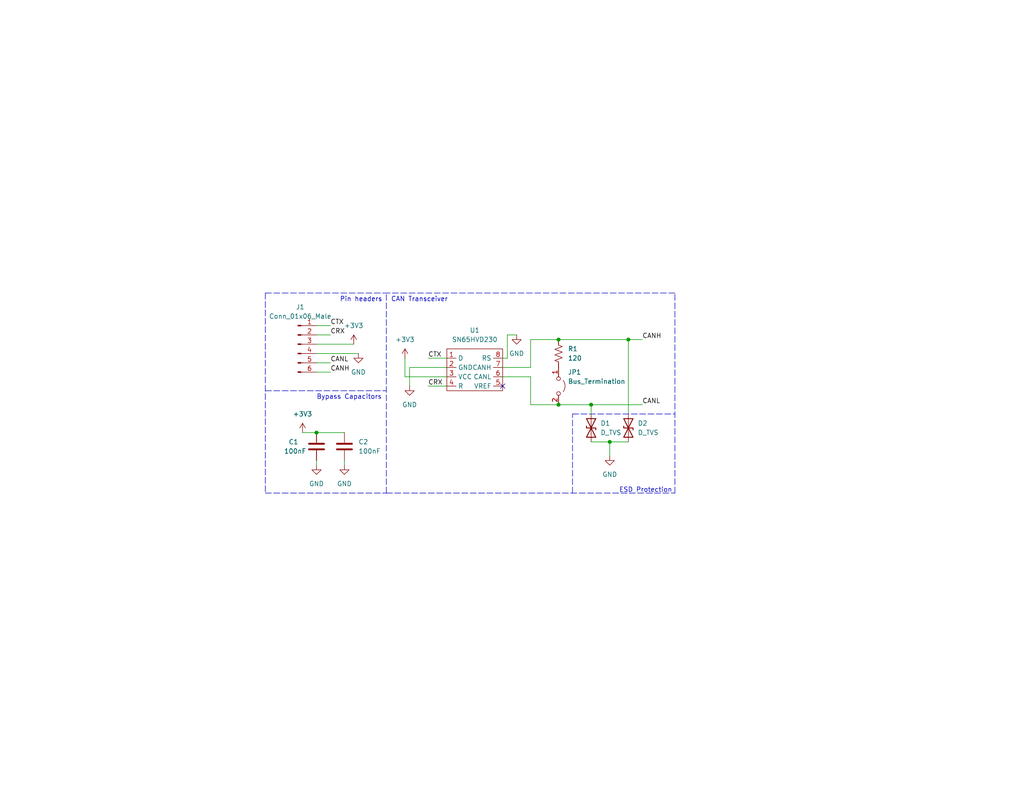
<source format=kicad_sch>
(kicad_sch (version 20211123) (generator eeschema)
  (paper "USLetter")
  (title_block (title "SDM Can Board") (date "2022-06-25") (rev "v1.0") (company "Sun Devil Motorsports - Data Acquisition"))
  (lib_symbols
    (symbol "Connector:Conn_01x06_Male" (pin_names (offset 1.016) hide)
      (property "Reference" "J" (at 0 7.62 0))
      (property "Value" "Conn_01x06_Male" (at 0 -10.16 0))
      (symbol "Conn_01x06_Male_1_1"
        (polyline (pts (xy 1.27 -7.62) (xy 0.8636 -7.62)) (stroke (width 0.1524)))
        (polyline (pts (xy 1.27 -5.08) (xy 0.8636 -5.08)) (stroke (width 0.1524)))
        (polyline (pts (xy 1.27 -2.54) (xy 0.8636 -2.54)) (stroke (width 0.1524)))
        (polyline (pts (xy 1.27 0) (xy 0.8636 0)) (stroke (width 0.1524)))
        (polyline (pts (xy 1.27 2.54) (xy 0.8636 2.54)) (stroke (width 0.1524)))
        (polyline (pts (xy 1.27 5.08) (xy 0.8636 5.08)) (stroke (width 0.1524)))
        (rectangle (start 0.8636 -7.493) (end 0 -7.747) (stroke (width 0.1524)) (fill (type outline)))
        (rectangle (start 0.8636 -4.953) (end 0 -5.207) (stroke (width 0.1524)) (fill (type outline)))
        (rectangle (start 0.8636 -2.413) (end 0 -2.667) (stroke (width 0.1524)) (fill (type outline)))
        (rectangle (start 0.8636 0.127) (end 0 -0.127) (stroke (width 0.1524)) (fill (type outline)))
        (rectangle (start 0.8636 2.667) (end 0 2.413) (stroke (width 0.1524)) (fill (type outline)))
        (rectangle (start 0.8636 5.207) (end 0 4.953) (stroke (width 0.1524)) (fill (type outline)))
        (pin passive line (at 5.08 5.08 180) (length 3.81) (name "Pin_1") (number "1"))
        (pin passive line (at 5.08 2.54 180) (length 3.81) (name "Pin_2") (number "2"))
        (pin passive line (at 5.08 0 180) (length 3.81) (name "Pin_3") (number "3"))
        (pin passive line (at 5.08 -2.54 180) (length 3.81) (name "Pin_4") (number "4"))
        (pin passive line (at 5.08 -5.08 180) (length 3.81) (name "Pin_5") (number "5"))
        (pin passive line (at 5.08 -7.62 180) (length 3.81) (name "Pin_6") (number "6"))
      )
    )
    (symbol "Device:C" (pin_numbers hide) (pin_names (offset 0.254))
      (property "Reference" "C" (at 0.635 2.54 0))
      (property "Value" "C" (at 0.635 -2.54 0))
      (symbol "C_0_1"
        (polyline (pts (xy -2.032 -0.762) (xy 2.032 -0.762)) (stroke (width 0.508)))
        (polyline (pts (xy -2.032 0.762) (xy 2.032 0.762)) (stroke (width 0.508)))
      )
      (symbol "C_1_1"
        (pin passive line (at 0 3.81 270) (length 2.794) (name "~") (number "1"))
        (pin passive line (at 0 -3.81 90) (length 2.794) (name "~") (number "2"))
      )
    )
    (symbol "Device:D_TVS" (pin_numbers hide) (pin_names (offset 1.016) hide)
      (property "Reference" "D" (at 0 2.54 0))
      (property "Value" "D_TVS" (at 0 -2.54 0))
      (symbol "D_TVS_0_1"
        (polyline (pts (xy 1.27 0) (xy -1.27 0)))
        (polyline (pts (xy 0.508 1.27) (xy 0 1.27) (xy 0 -1.27) (xy -0.508 -1.27)) (stroke (width 0.254)))
        (polyline (pts (xy -2.54 1.27) (xy -2.54 -1.27) (xy 2.54 1.27) (xy 2.54 -1.27) (xy -2.54 1.27)) (stroke (width 0.254)))
      )
      (symbol "D_TVS_1_1"
        (pin passive line (at -3.81 0 0) (length 2.54) (name "A1") (number "1"))
        (pin passive line (at 3.81 0 180) (length 2.54) (name "A2") (number "2"))
      )
    )
    (symbol "Device:R_US" (pin_numbers hide) (pin_names (offset 0))
      (property "Reference" "R" (at 2.54 0 90))
      (property "Value" "R_US" (at -2.54 0 90))
      (symbol "R_US_0_1"
        (polyline (pts (xy 0 -2.286) (xy 0 -2.54)))
        (polyline (pts (xy 0 2.286) (xy 0 2.54)))
        (polyline (pts (xy 0 -0.762) (xy 1.016 -1.143) (xy 0 -1.524) (xy -1.016 -1.905) (xy 0 -2.286)))
        (polyline (pts (xy 0 0.762) (xy 1.016 0.381) (xy 0 0) (xy -1.016 -0.381) (xy 0 -0.762)))
        (polyline (pts (xy 0 2.286) (xy 1.016 1.905) (xy 0 1.524) (xy -1.016 1.143) (xy 0 0.762)))
      )
      (symbol "R_US_1_1"
        (pin passive line (at 0 3.81 270) (length 1.27) (name "~") (number "1"))
        (pin passive line (at 0 -3.81 90) (length 1.27) (name "~") (number "2"))
      )
    )
    (symbol "Jumper:Jumper_2_Open" (pin_names (offset 0) hide)
      (property "Reference" "JP" (at 0 2.794 0))
      (property "Value" "Jumper_2_Open" (at 0 -2.286 0))
      (symbol "Jumper_2_Open_0_0"
        (circle (center -2.032 0) (radius 0.508))
        (circle (center 2.032 0) (radius 0.508))
      )
      (symbol "Jumper_2_Open_0_1"
        (arc (start 1.524 1.27) (mid 0 1.778) (end -1.524 1.27))
      )
      (symbol "Jumper_2_Open_1_1"
        (pin passive line (at -5.08 0 0) (length 2.54) (name "A") (number "1"))
        (pin passive line (at 5.08 0 180) (length 2.54) (name "B") (number "2"))
      )
    )
    (symbol "SDM:SN65HVD230"
      (property "Reference" "U" (at 0 0 0))
      (property "Value" "SN65HVD230" (at 0 -2.54 0))
      (symbol "SN65HVD230_0_1"
        (rectangle (start -6.35 -15.24) (end 8.89 -3.81))
      )
      (symbol "SN65HVD230_1_1"
        (pin input line (at -6.35 -6.35 0) (length 2.54) (name "D") (number "1"))
        (pin input line (at -6.35 -8.89 0) (length 2.54) (name "GND") (number "2"))
        (pin input line (at -6.35 -11.43 0) (length 2.54) (name "VCC") (number "3"))
        (pin output line (at -6.35 -13.97 0) (length 2.54) (name "R") (number "4"))
        (pin input line (at 8.89 -13.97 180) (length 2.54) (name "VREF") (number "5"))
        (pin input line (at 8.89 -11.43 180) (length 2.54) (name "CANL") (number "6"))
        (pin input line (at 8.89 -8.89 180) (length 2.54) (name "CANH") (number "7"))
        (pin input line (at 8.89 -6.35 180) (length 2.54) (name "RS") (number "8"))
      )
    )
    (symbol "power:+3V3" (power) (pin_names (offset 0))
      (property "Value" "+3V3" (at 0 3.556 0))
      (symbol "+3V3_0_1"
        (polyline (pts (xy -0.762 1.27) (xy 0 2.54)))
        (polyline (pts (xy 0 0) (xy 0 2.54)))
        (polyline (pts (xy 0 2.54) (xy 0.762 1.27)))
      )
      (symbol "+3V3_1_1"
        (pin power_in line (at 0 0 90) (length 0) hide (name "+3V3") (number "1"))
      )
    )
    (symbol "power:GND" (power) (pin_names (offset 0))
      (property "Value" "GND" (at 0 -3.81 0))
      (symbol "GND_0_1"
        (polyline (pts (xy 0 0) (xy 0 -1.27) (xy 1.27 -1.27) (xy 0 -2.54) (xy -1.27 -1.27) (xy 0 -1.27)))
      )
      (symbol "GND_1_1"
        (pin power_in line (at 0 0 270) (length 0) hide (name "GND") (number "1"))
      )
    )
  )
  (junction (at 171.45 92.71))
  (junction (at 86.36 118.11))
  (junction (at 161.29 110.49))
  (junction (at 166.37 120.65))
  (junction (at 152.4 110.49))
  (junction (at 152.4 92.71))
  (no_connect (at 137.16 105.41))
  (wire (pts (xy 137.16 97.79) (xy 138.43 97.79)))
  (wire (pts (xy 86.36 91.44) (xy 90.17 91.44)))
  (wire (pts (xy 161.29 110.49) (xy 175.26 110.49)))
  (wire (pts (xy 110.49 97.79) (xy 110.49 102.87)))
  (wire (pts (xy 152.4 92.71) (xy 171.45 92.71)))
  (wire (pts (xy 86.36 88.9) (xy 90.17 88.9)))
  (wire (pts (xy 166.37 120.65) (xy 171.45 120.65)))
  (wire (pts (xy 137.16 100.33) (xy 144.78 100.33)))
  (polyline (pts (xy 72.39 80.01) (xy 72.39 134.62)))
  (wire (pts (xy 138.43 91.44) (xy 140.97 91.44)))
  (wire (pts (xy 137.16 102.87) (xy 144.78 102.87)))
  (wire (pts (xy 138.43 97.79) (xy 138.43 91.44)))
  (wire (pts (xy 166.37 120.65) (xy 166.37 124.46)))
  (wire (pts (xy 144.78 100.33) (xy 144.78 92.71)))
  (polyline (pts (xy 105.41 134.62) (xy 105.41 80.01)))
  (wire (pts (xy 144.78 92.71) (xy 152.4 92.71)))
  (wire (pts (xy 86.36 101.6) (xy 90.17 101.6)))
  (wire (pts (xy 93.98 125.73) (xy 93.98 127)))
  (polyline (pts (xy 156.21 134.62) (xy 156.21 113.03)))
  (wire (pts (xy 86.36 93.98) (xy 96.52 93.98)))
  (polyline (pts (xy 184.15 80.01) (xy 105.41 80.01)))
  (wire (pts (xy 86.36 99.06) (xy 90.17 99.06)))
  (wire (pts (xy 86.36 96.52) (xy 97.79 96.52)))
  (polyline (pts (xy 105.41 134.62) (xy 184.15 134.62)))
  (wire (pts (xy 111.76 100.33) (xy 111.76 105.41)))
  (polyline (pts (xy 72.39 106.68) (xy 105.41 106.68)))
  (wire (pts (xy 82.55 118.11) (xy 86.36 118.11)))
  (wire (pts (xy 171.45 92.71) (xy 171.45 113.03)))
  (wire (pts (xy 144.78 102.87) (xy 144.78 110.49)))
  (wire (pts (xy 144.78 110.49) (xy 152.4 110.49)))
  (wire (pts (xy 152.4 110.49) (xy 161.29 110.49)))
  (wire (pts (xy 86.36 118.11) (xy 93.98 118.11)))
  (polyline (pts (xy 72.39 134.62) (xy 105.41 134.62)))
  (wire (pts (xy 161.29 120.65) (xy 166.37 120.65)))
  (wire (pts (xy 116.84 105.41) (xy 121.92 105.41)))
  (wire (pts (xy 116.84 97.79) (xy 121.92 97.79)))
  (polyline (pts (xy 156.21 113.03) (xy 184.15 113.03)))
  (wire (pts (xy 121.92 100.33) (xy 111.76 100.33)))
  (polyline (pts (xy 72.39 80.01) (xy 105.41 80.01)))
  (polyline (pts (xy 184.15 134.62) (xy 184.15 80.01)))
  (wire (pts (xy 171.45 92.71) (xy 175.26 92.71)))
  (wire (pts (xy 110.49 102.87) (xy 121.92 102.87)))
  (wire (pts (xy 86.36 125.73) (xy 86.36 127)))
  (wire (pts (xy 161.29 110.49) (xy 161.29 113.03)))
  (text "Bypass Capacitors\n" (at 86.36 109.22 0) (effects (font (size 1.27 1.27)) (justify left bottom)))
  (text "Pin headers" (at 92.71 82.55 0) (effects (font (size 1.27 1.27)) (justify left bottom)))
  (text "ESD Protection\n" (at 168.91 134.62 0) (effects (font (size 1.27 1.27)) (justify left bottom)))
  (text "CAN Transceiver" (at 106.68 82.55 0) (effects (font (size 1.27 1.27)) (justify left bottom)))
  (label "CRX" (at 90.17 91.44 0))
  (label "CRX" (at 116.84 105.41 0))
  (label "CANL" (at 90.17 99.06 0))
  (label "CTX" (at 116.84 97.79 0))
  (label "CANL" (at 175.26 110.49 0))
  (label "CANH" (at 175.26 92.71 0))
  (label "CTX" (at 90.17 88.9 0))
  (label "CANH" (at 90.17 101.6 0))
  (symbol (lib_id "power:GND") (at 140.97 91.44 0) (unit 1)
    (property "Reference" "#PWR0102" (effects hide))
    (property "Value" "GND" (at 140.97 96.52 0))
  )
  (symbol (lib_id "power:GND") (at 111.76 105.41 0) (unit 1)
    (property "Reference" "#PWR0104" (effects hide))
    (property "Value" "GND" (at 111.76 110.49 0))
  )
  (symbol (lib_id "Device:C") (at 93.98 121.92 0) (unit 1)
    (property "Reference" "C2" (at 97.79 120.6499 0) (effects (justify left)))
    (property "Value" "100nF" (at 97.79 123.1899 0) (effects (justify left)))
    (property "Footprint" "Capacitor_Tantalum_SMD:CP_EIA-1608-08_AVX-J" (effects hide))
  )
  (symbol (lib_id "power:GND") (at 166.37 124.46 0) (unit 1)
    (property "Reference" "#PWR0101" (effects hide))
    (property "Value" "GND" (at 166.37 129.54 0))
  )
  (symbol (lib_id "power:+3V3") (at 110.49 97.79 0) (unit 1)
    (property "Reference" "#PWR0103" (effects hide))
    (property "Value" "+3V3" (at 110.49 92.71 0))
  )
  (symbol (lib_id "power:+3V3") (at 82.55 118.11 0) (unit 1)
    (property "Reference" "#PWR0109" (effects hide))
    (property "Value" "+3V3" (at 82.55 113.03 0))
  )
  (symbol (lib_id "Jumper:Jumper_2_Open") (at 152.4 105.41 270) (unit 1)
    (property "Reference" "JP1" (at 154.94 101.6 90) (effects (justify left)))
    (property "Value" "Bus_Termination" (at 154.94 104.14 90) (effects (justify left)))
    (property "Footprint" "Connector_PinHeader_2.54mm:PinHeader_1x02_P2.54mm_Vertical" (effects hide))
  )
  (symbol (lib_id "power:GND") (at 97.79 96.52 0) (unit 1)
    (property "Reference" "#PWR0106" (effects hide))
    (property "Value" "GND" (at 97.79 101.6 0))
  )
  (symbol (lib_id "power:GND") (at 86.36 127 0) (unit 1)
    (property "Reference" "#PWR0107" (effects hide))
    (property "Value" "GND" (at 86.36 132.08 0))
  )
  (symbol (lib_id "power:GND") (at 93.98 127 0) (unit 1)
    (property "Reference" "#PWR0108" (effects hide))
    (property "Value" "GND" (at 93.98 132.08 0))
  )
  (symbol (lib_id "Connector:Conn_01x06_Male") (at 81.28 93.98 0) (unit 1)
    (property "Reference" "J1" (at 81.915 83.82 0))
    (property "Value" "Conn_01x06_Male" (at 81.915 86.36 0))
    (property "Footprint" "Connector_PinHeader_2.54mm:PinHeader_1x06_P2.54mm_Vertical" (effects hide))
  )
  (symbol (lib_id "power:+3V3") (at 96.52 93.98 0) (unit 1)
    (property "Reference" "#PWR0105" (effects hide))
    (property "Value" "+3V3" (at 96.52 88.9 0))
  )
  (symbol (lib_id "SDM:SN65HVD230") (at 128.27 91.44 0) (unit 1)
    (property "Reference" "U1" (at 129.54 90.17 0))
    (property "Value" "SN65HVD230" (at 129.54 92.71 0))
    (property "Footprint" "Package_SO:SOIC-8_3.9x4.9mm_P1.27mm" (effects hide))
  )
  (symbol (lib_id "Device:D_TVS") (at 161.29 116.84 270) (unit 1)
    (property "Reference" "D1" (at 163.83 115.5699 90) (effects (justify left)))
    (property "Value" "D_TVS" (at 163.83 118.1099 90) (effects (justify left)))
    (property "Footprint" "Diode_SMD:D_0805_2012Metric" (effects hide))
  )
  (symbol (lib_id "Device:D_TVS") (at 171.45 116.84 270) (unit 1)
    (property "Reference" "D2" (at 173.99 115.5699 90) (effects (justify left)))
    (property "Value" "D_TVS" (at 173.99 118.1099 90) (effects (justify left)))
    (property "Footprint" "Diode_SMD:D_0805_2012Metric" (effects hide))
  )
  (symbol (lib_id "Device:C") (at 86.36 121.92 0) (unit 1)
    (property "Reference" "C1" (at 78.74 120.65 0) (effects (justify left)))
    (property "Value" "100nF" (at 77.47 123.19 0) (effects (justify left)))
    (property "Footprint" "Capacitor_Tantalum_SMD:CP_EIA-1608-08_AVX-J" (effects hide))
  )
  (symbol (lib_id "Device:R_US") (at 152.4 96.52 0) (unit 1)
    (property "Reference" "R1" (at 154.94 95.2499 0) (effects (justify left)))
    (property "Value" "120" (at 154.94 97.7899 0) (effects (justify left)))
    (property "Footprint" "Resistor_SMD:R_0805_2012Metric" (effects hide))
  )
)
</source>
